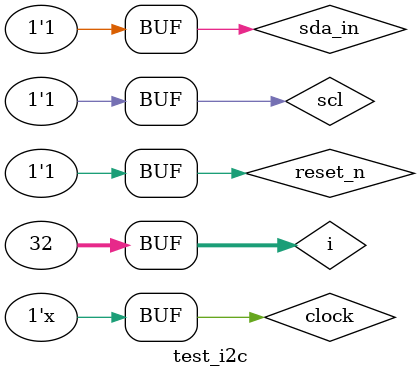
<source format=v>
`timescale	1ns/1ps

module i2c_simple(reset_n,
		clock,
		sda_in,
		scl);

input		clock;   
input		reset_n;
input		sda_in;
input		scl;


reg		start_bus_reg;
reg		stop_bus_reg;
wire sda_risingedge;
wire scl_risingedge;
wire sda_failingedge;
wire scl_fallingedge;

reg curr, last;
always@(posedge clock)
begin
	if(!reset_n) begin
		curr <= 1'b0;
		last <= 1'b0;
	end
	else begin
    curr <= scl;
    last <= curr;
	end
end
//Raising edge
assign scl_risingedge = curr & (~last);

//failing edge
assign scl_fallingedge = ~curr & (last);

reg sda_curr, sda_last;
always@(posedge clock)
begin
	if(!reset_n) begin
		sda_curr <= 1'b0;
		sda_last <= 1'b0;
	end
	else begin
    sda_curr <= sda_in;
    sda_last <= sda_curr;
	end
end

//Raising edge
assign sda_risingedge = sda_curr & (~sda_last);

//failing edge
assign sda_fallingedge = ~sda_curr & (sda_last);


// ----------------------------------------------------------------
// to test start condition: scl=1, sda_in failing
always@(posedge clock)
begin
  start_bus_reg <= sda_fallingedge & scl;
  stop_bus_reg <= sda_risingedge & scl;
end

endmodule

/* 
 * Do not change Module name 
*/
module test_i2c;

reg reset_n;
reg clock;
reg sda_in;
wire sda_out;
wire sda_en;
reg scl;

wire debug;


integer i;

/*
i2c_simple i2c_simple(.reset_n(reset_n),
		.clock(clock),
		.sda_in(sda),
		.scl(scl));
*/
		
i2c_slave_op_reduced	i2c_slave_op_reduced_inst(
			.reset_n(reset_n),
			.clock(clock),
			.sda_out(sda_out),
			.sda_in(sda_in),
			.sda_en(sda_en),
			.scl(scl),
			.led(debug)
         );

  initial 
    begin
	    clock = 0;
		 scl = 0;
		 sda_in = 0;
		//reset
		#50 reset_n = 1;
		#50 reset_n = 0;
		#50 reset_n = 1;

      //idle
      #50 scl = 1;
      #50 sda_in = 1;
      //start
      #20 sda_in = 0;
      #10 scl = 0;
		
		//abnormal testing
      #50 scl = 1;
      #50 sda_in = 1;
      //start
      #200 sda_in = 0;
      #100 scl = 0;
		//100K HZ means 10000ns one cuycle 
		//send address
			#500 sda_in = 1;
			#500 scl = 1;
			#500 scl = 0;
			//bit 2
			#500 sda_in = 1;
			#500 scl = 1;
			#500 scl = 0;
			//bit 3
			#500 sda_in = 1;
			#500 scl = 1;
			#500 scl = 0;
			//bit 4
			#500 sda_in = 1;
			#500 scl = 1;
			#500 scl = 0;
			//bit 5
			#500 sda_in = 1;
			#500 scl = 1;
			#500 scl = 0;
			//bit 6
			#500 sda_in = 1;
			#500 scl = 1;
			#500 scl = 0;
			//bit 7
			#500 sda_in = 0;
			#500 scl = 1;
			#500 scl = 0;
			//bit r/w
			#500 sda_in = 0;
			#500 scl = 1;
			#500 scl = 0;
		   //bit ack
			#500 sda_in = 0;
			#500 scl = 1;
			#500 scl = 0;
			
		for (i=0; i< 32; i=i+1) begin
			//bit 1
			#500 sda_in = 1;
			#500 scl = 1;
			#500 scl = 0;
			//bit 2
			#500 sda_in = 1;
			#500 scl = 1;
			#500 scl = 0;
			//bit 3
			#500 sda_in = 1;
			#500 scl = 1;
			#500 scl = 0;
			//bit 4
			#500 sda_in = 1;
			#500 scl = 1;
			#500 scl = 0;
			//bit 5
			#500 sda_in = 1;
			#500 scl = 1;
			#500 scl = 0;
			//bit 6
			#500 sda_in = 1;
			#500 scl = 1;
			#500 scl = 0;
			//bit 7
			#500 sda_in = 1;
			#500 scl = 1;
			#500 scl = 0;
			//bit 8
			#500 sda_in = 1;
			#500 scl = 1;
			#500 scl = 0;
			//bit ack
			//#10 sda_in = 1;
			#500 scl = 1;
			#500 scl = 0;
		end
		
		//repeat start
      #50 scl = 1;
      #50 sda_in = 1;
      //start
      #100 sda_in = 0;
      #100 scl = 0;
		
		//send address
		#500 sda_in = 1;
		#500 scl = 1;
		#500 scl = 0;
		//bit 2
		#500 sda_in = 1;
		#500 scl = 1;
		#500 scl = 0;
		//bit 3
		#500 sda_in = 1;
		#500 scl = 1;
		#500 scl = 0;
		//bit 4
		#500 sda_in = 1;
		#500 scl = 1;
		#500 scl = 0;
		//bit 5
		#500 sda_in = 1;
		#500 scl = 1;
		#500 scl = 0;
		//bit 6
		#500 sda_in = 1;
		#500 scl = 1;
		#500 scl = 0;
		//bit 7
		#500 sda_in = 0;
		#500 scl = 1;
		#500 scl = 0;
		//bit r
		#500 sda_in = 1;
		#500 scl = 1;
		#500 scl = 0;
		//bit ack
		#500 sda_in = 0;
		#500 scl = 1;
		#500 scl = 0;
	
		for (i=0; i< 32; i=i+1) begin
			//bit 1
			#500 sda_in = 1;
			#500 scl = 1;
			#500 scl = 0;
			//bit 2
			#500 sda_in = 1;
			#500 scl = 1;
			#500 scl = 0;
			//bit 3
			#500 sda_in = 1;
			#500 scl = 1;
			#500 scl = 0;
			//bit 4
			#500 sda_in = 1;
			#500 scl = 1;
			#500 scl = 0;
			//bit 5
			#500 sda_in = 1;
			#500 scl = 1;
			#500 scl = 0;
			//bit 6
			#500 sda_in = 1;
			#500 scl = 1;
			#500 scl = 0;
			//bit 7
			#500 sda_in = 1;
			#500 scl = 1;
			#500 scl = 0;
			//bit 8
			#500 sda_in = 1;
			#500 scl = 1;
			#500 scl = 0;
			//bit ack
			#500 sda_in = 0;
			#500 scl = 1;
			#500 scl = 0;
		end
      
		
		//stop condition
      #100 sda_in = 0;
      #100 scl = 1;
		#100 sda_in = 1;

      
    end
always begin
	 //50M HZ about 20ns one cycle
    #10 clock = ! clock;
end
endmodule
</source>
